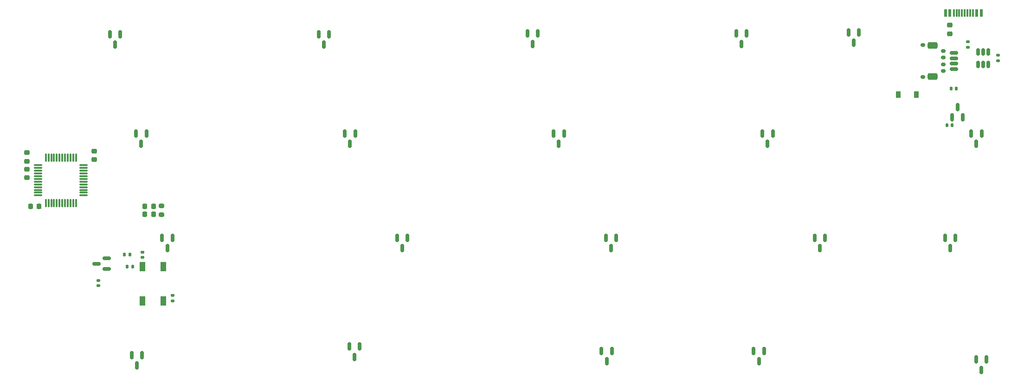
<source format=gbp>
G04 #@! TF.GenerationSoftware,KiCad,Pcbnew,(6.0.11-0)*
G04 #@! TF.CreationDate,2023-07-13T08:17:52+09:00*
G04 #@! TF.ProjectId,Tiny Dimply Qazy,54696e79-2044-4696-9d70-6c792051617a,rev?*
G04 #@! TF.SameCoordinates,Original*
G04 #@! TF.FileFunction,Paste,Bot*
G04 #@! TF.FilePolarity,Positive*
%FSLAX46Y46*%
G04 Gerber Fmt 4.6, Leading zero omitted, Abs format (unit mm)*
G04 Created by KiCad (PCBNEW (6.0.11-0)) date 2023-07-13 08:17:52*
%MOMM*%
%LPD*%
G01*
G04 APERTURE LIST*
G04 Aperture macros list*
%AMRoundRect*
0 Rectangle with rounded corners*
0 $1 Rounding radius*
0 $2 $3 $4 $5 $6 $7 $8 $9 X,Y pos of 4 corners*
0 Add a 4 corners polygon primitive as box body*
4,1,4,$2,$3,$4,$5,$6,$7,$8,$9,$2,$3,0*
0 Add four circle primitives for the rounded corners*
1,1,$1+$1,$2,$3*
1,1,$1+$1,$4,$5*
1,1,$1+$1,$6,$7*
1,1,$1+$1,$8,$9*
0 Add four rect primitives between the rounded corners*
20,1,$1+$1,$2,$3,$4,$5,0*
20,1,$1+$1,$4,$5,$6,$7,0*
20,1,$1+$1,$6,$7,$8,$9,0*
20,1,$1+$1,$8,$9,$2,$3,0*%
G04 Aperture macros list end*
%ADD10RoundRect,0.225000X0.225000X0.250000X-0.225000X0.250000X-0.225000X-0.250000X0.225000X-0.250000X0*%
%ADD11RoundRect,0.150000X-0.150000X0.587500X-0.150000X-0.587500X0.150000X-0.587500X0.150000X0.587500X0*%
%ADD12RoundRect,0.150000X0.625000X-0.150000X0.625000X0.150000X-0.625000X0.150000X-0.625000X-0.150000X0*%
%ADD13RoundRect,0.250000X0.650000X-0.350000X0.650000X0.350000X-0.650000X0.350000X-0.650000X-0.350000X0*%
%ADD14RoundRect,0.135000X0.135000X0.185000X-0.135000X0.185000X-0.135000X-0.185000X0.135000X-0.185000X0*%
%ADD15RoundRect,0.150000X0.150000X-0.512500X0.150000X0.512500X-0.150000X0.512500X-0.150000X-0.512500X0*%
%ADD16RoundRect,0.225000X0.250000X-0.225000X0.250000X0.225000X-0.250000X0.225000X-0.250000X-0.225000X0*%
%ADD17RoundRect,0.200000X0.275000X-0.200000X0.275000X0.200000X-0.275000X0.200000X-0.275000X-0.200000X0*%
%ADD18RoundRect,0.140000X0.140000X0.170000X-0.140000X0.170000X-0.140000X-0.170000X0.140000X-0.170000X0*%
%ADD19RoundRect,0.225000X-0.250000X0.225000X-0.250000X-0.225000X0.250000X-0.225000X0.250000X0.225000X0*%
%ADD20RoundRect,0.135000X-0.185000X0.135000X-0.185000X-0.135000X0.185000X-0.135000X0.185000X0.135000X0*%
%ADD21RoundRect,0.150000X0.275000X-0.150000X0.275000X0.150000X-0.275000X0.150000X-0.275000X-0.150000X0*%
%ADD22RoundRect,0.175000X0.225000X-0.175000X0.225000X0.175000X-0.225000X0.175000X-0.225000X-0.175000X0*%
%ADD23RoundRect,0.150000X0.150000X-0.587500X0.150000X0.587500X-0.150000X0.587500X-0.150000X-0.587500X0*%
%ADD24R,1.000000X1.700000*%
%ADD25RoundRect,0.150000X0.587500X0.150000X-0.587500X0.150000X-0.587500X-0.150000X0.587500X-0.150000X0*%
%ADD26RoundRect,0.218750X0.256250X-0.218750X0.256250X0.218750X-0.256250X0.218750X-0.256250X-0.218750X0*%
%ADD27RoundRect,0.135000X0.185000X-0.135000X0.185000X0.135000X-0.185000X0.135000X-0.185000X-0.135000X0*%
%ADD28RoundRect,0.140000X0.170000X-0.140000X0.170000X0.140000X-0.170000X0.140000X-0.170000X-0.140000X0*%
%ADD29RoundRect,0.075000X-0.662500X-0.075000X0.662500X-0.075000X0.662500X0.075000X-0.662500X0.075000X0*%
%ADD30RoundRect,0.075000X-0.075000X-0.662500X0.075000X-0.662500X0.075000X0.662500X-0.075000X0.662500X0*%
%ADD31R,0.600000X1.450000*%
%ADD32R,0.300000X1.450000*%
%ADD33RoundRect,0.140000X-0.170000X0.140000X-0.170000X-0.140000X0.170000X-0.140000X0.170000X0.140000X0*%
%ADD34RoundRect,0.140000X-0.140000X-0.170000X0.140000X-0.170000X0.140000X0.170000X-0.140000X0.170000X0*%
%ADD35R,0.900000X1.200000*%
G04 APERTURE END LIST*
D10*
X65715000Y-97266000D03*
X64165000Y-97266000D03*
D11*
X175262500Y-123681250D03*
X177162500Y-123681250D03*
X176212500Y-125556250D03*
D12*
X211763500Y-72236500D03*
X211763500Y-71236500D03*
X211763500Y-70236500D03*
X211763500Y-69236500D03*
D13*
X207888500Y-67936500D03*
X207888500Y-73536500D03*
D11*
X110175000Y-103043750D03*
X112075000Y-103043750D03*
X111125000Y-104918750D03*
X67312500Y-103043750D03*
X69212500Y-103043750D03*
X68262500Y-104918750D03*
D14*
X61440000Y-106056000D03*
X60420000Y-106056000D03*
D15*
X218100000Y-71362500D03*
X217150000Y-71362500D03*
X216200000Y-71362500D03*
X216200000Y-69087500D03*
X217150000Y-69087500D03*
X218100000Y-69087500D03*
D16*
X42650000Y-89041000D03*
X42650000Y-87491000D03*
D17*
X67200000Y-98841000D03*
X67200000Y-97191000D03*
D11*
X186375000Y-103043750D03*
X188275000Y-103043750D03*
X187325000Y-104918750D03*
X147481250Y-123681250D03*
X149381250Y-123681250D03*
X148431250Y-125556250D03*
D18*
X212255000Y-75800000D03*
X211295000Y-75800000D03*
D19*
X42670000Y-90471000D03*
X42670000Y-92021000D03*
D10*
X65720000Y-98756000D03*
X64170000Y-98756000D03*
D11*
X57787500Y-65881250D03*
X59687500Y-65881250D03*
X58737500Y-67756250D03*
X101443750Y-122887500D03*
X103343750Y-122887500D03*
X102393750Y-124762500D03*
X62550000Y-83993750D03*
X64450000Y-83993750D03*
X63500000Y-85868750D03*
D20*
X219868750Y-69715000D03*
X219868750Y-70735000D03*
D11*
X100650000Y-83993750D03*
X102550000Y-83993750D03*
X101600000Y-85868750D03*
D21*
X209890724Y-72536500D03*
X209890724Y-71336500D03*
X209890724Y-70136500D03*
X209890724Y-68936500D03*
D22*
X206115724Y-73686500D03*
X206115724Y-67786500D03*
D11*
X133987500Y-65737500D03*
X135887500Y-65737500D03*
X134937500Y-67612500D03*
X95887500Y-65881250D03*
X97787500Y-65881250D03*
X96837500Y-67756250D03*
X192540000Y-65502500D03*
X194440000Y-65502500D03*
X193490000Y-67377500D03*
D19*
X54910000Y-87185000D03*
X54910000Y-88735000D03*
D23*
X213400000Y-81012500D03*
X211500000Y-81012500D03*
X212450000Y-79137500D03*
D24*
X67530000Y-108270000D03*
X67530000Y-114570000D03*
X63730000Y-114570000D03*
X63730000Y-108270000D03*
D11*
X214950000Y-83993750D03*
X216850000Y-83993750D03*
X215900000Y-85868750D03*
X61756250Y-124475000D03*
X63656250Y-124475000D03*
X62706250Y-126350000D03*
D25*
X57185000Y-106790000D03*
X57185000Y-108690000D03*
X55310000Y-107740000D03*
D11*
X148275000Y-103043750D03*
X150175000Y-103043750D03*
X149225000Y-104918750D03*
D20*
X214325000Y-67205000D03*
X214325000Y-68225000D03*
D26*
X211075000Y-65762500D03*
X211075000Y-64187500D03*
D11*
X172087500Y-65737500D03*
X173987500Y-65737500D03*
X173037500Y-67612500D03*
D27*
X69240000Y-114570000D03*
X69240000Y-113550000D03*
D11*
X176850000Y-83993750D03*
X178750000Y-83993750D03*
X177800000Y-85868750D03*
D28*
X55650000Y-111770000D03*
X55650000Y-110810000D03*
D11*
X138750000Y-83993750D03*
X140650000Y-83993750D03*
X139700000Y-85868750D03*
D14*
X61960000Y-108270000D03*
X60940000Y-108270000D03*
D10*
X44855000Y-97290000D03*
X43305000Y-97290000D03*
D29*
X44667500Y-95280000D03*
X44667500Y-94780000D03*
X44667500Y-94280000D03*
X44667500Y-93780000D03*
X44667500Y-93280000D03*
X44667500Y-92780000D03*
X44667500Y-92280000D03*
X44667500Y-91780000D03*
X44667500Y-91280000D03*
X44667500Y-90780000D03*
X44667500Y-90280000D03*
X44667500Y-89780000D03*
D30*
X46080000Y-88367500D03*
X46580000Y-88367500D03*
X47080000Y-88367500D03*
X47580000Y-88367500D03*
X48080000Y-88367500D03*
X48580000Y-88367500D03*
X49080000Y-88367500D03*
X49580000Y-88367500D03*
X50080000Y-88367500D03*
X50580000Y-88367500D03*
X51080000Y-88367500D03*
X51580000Y-88367500D03*
D29*
X52992500Y-89780000D03*
X52992500Y-90280000D03*
X52992500Y-90780000D03*
X52992500Y-91280000D03*
X52992500Y-91780000D03*
X52992500Y-92280000D03*
X52992500Y-92780000D03*
X52992500Y-93280000D03*
X52992500Y-93780000D03*
X52992500Y-94280000D03*
X52992500Y-94780000D03*
X52992500Y-95280000D03*
D30*
X51580000Y-96692500D03*
X51080000Y-96692500D03*
X50580000Y-96692500D03*
X50080000Y-96692500D03*
X49580000Y-96692500D03*
X49080000Y-96692500D03*
X48580000Y-96692500D03*
X48080000Y-96692500D03*
X47580000Y-96692500D03*
X47080000Y-96692500D03*
X46580000Y-96692500D03*
X46080000Y-96692500D03*
D31*
X210268750Y-61988750D03*
X211068750Y-61988750D03*
D32*
X212268750Y-61988750D03*
X213268750Y-61988750D03*
X213768750Y-61988750D03*
X214768750Y-61988750D03*
D31*
X215968750Y-61988750D03*
X216768750Y-61988750D03*
X216768750Y-61988750D03*
X215968750Y-61988750D03*
D32*
X215268750Y-61988750D03*
X214268750Y-61988750D03*
X212768750Y-61988750D03*
X211768750Y-61988750D03*
D31*
X211068750Y-61988750D03*
X210268750Y-61988750D03*
D11*
X215850000Y-125258500D03*
X217750000Y-125258500D03*
X216800000Y-127133500D03*
D33*
X63740000Y-105670000D03*
X63740000Y-106630000D03*
D34*
X210540000Y-82500000D03*
X211500000Y-82500000D03*
D11*
X210187500Y-103043750D03*
X212087500Y-103043750D03*
X211137500Y-104918750D03*
D35*
X204930000Y-76850000D03*
X201630000Y-76850000D03*
M02*

</source>
